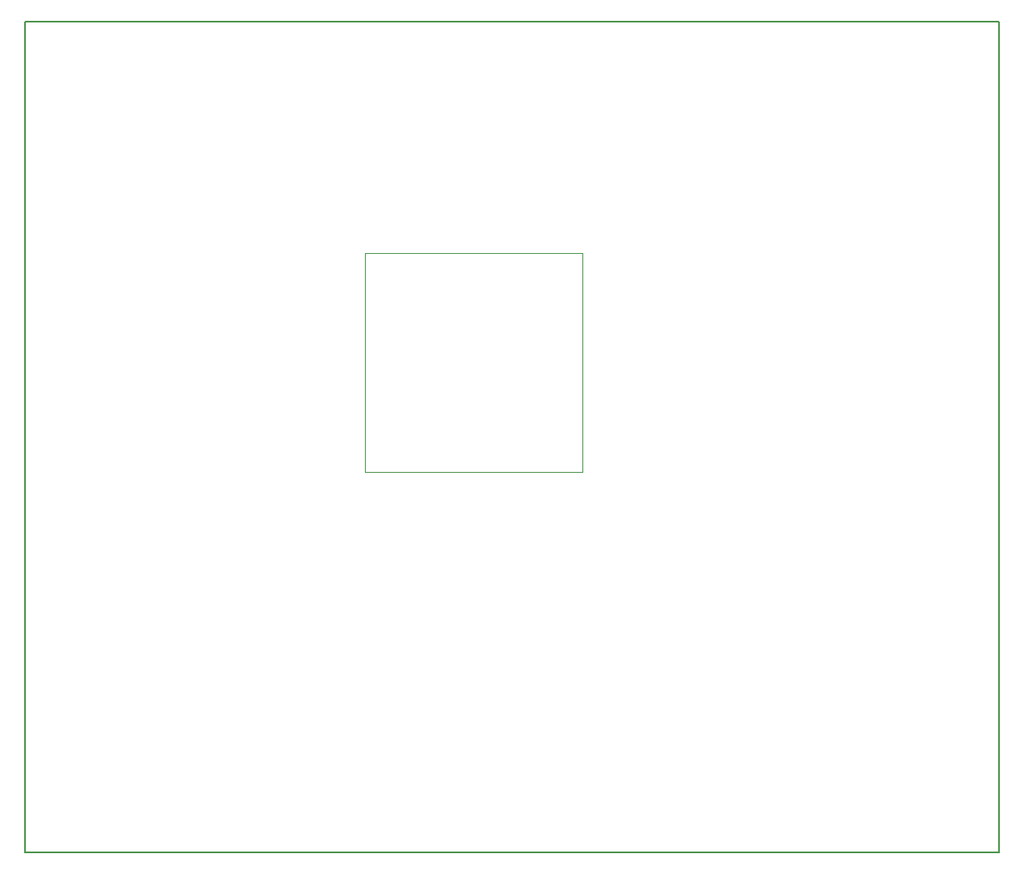
<source format=gm1>
%TF.GenerationSoftware,KiCad,Pcbnew,6.0.11-2627ca5db0~126~ubuntu20.04.1*%
%TF.CreationDate,2023-03-16T14:20:54+06:00*%
%TF.ProjectId,Router_MCU,526f7574-6572-45f4-9d43-552e6b696361,rev?*%
%TF.SameCoordinates,PX6ef5c30PY494a350*%
%TF.FileFunction,Profile,NP*%
%FSLAX46Y46*%
G04 Gerber Fmt 4.6, Leading zero omitted, Abs format (unit mm)*
G04 Created by KiCad (PCBNEW 6.0.11-2627ca5db0~126~ubuntu20.04.1) date 2023-03-16 14:20:54*
%MOMM*%
%LPD*%
G01*
G04 APERTURE LIST*
%TA.AperFunction,Profile*%
%ADD10C,0.150000*%
%TD*%
%TA.AperFunction,Profile*%
%ADD11C,0.050000*%
%TD*%
G04 APERTURE END LIST*
D10*
X-4500000Y4500000D02*
X-4500000Y-80000000D01*
X-4500000Y4500000D02*
X94500000Y4500000D01*
X-4500000Y-80000000D02*
X94500000Y-80000000D01*
X94500000Y4500000D02*
X94500000Y-80000000D01*
D11*
%TO.C,U1*%
X30000000Y-19000000D02*
X52100000Y-19000000D01*
X30000000Y-41300000D02*
X30000000Y-19000000D01*
X52100000Y-41300000D02*
X30000000Y-41300000D01*
X52100000Y-19000000D02*
X52100000Y-41300000D01*
%TD*%
M02*

</source>
